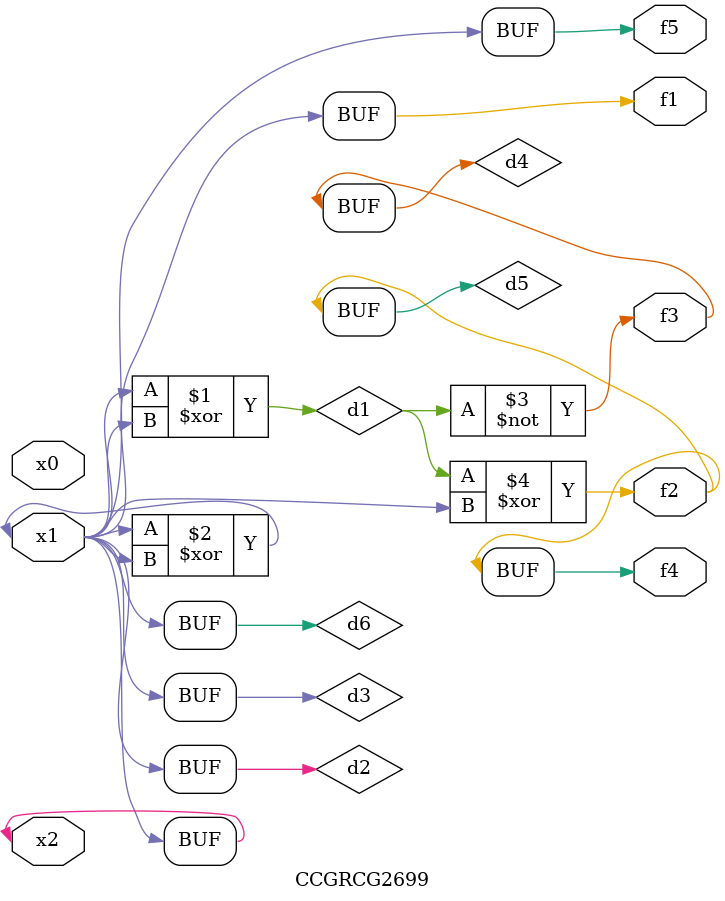
<source format=v>
module CCGRCG2699(
	input x0, x1, x2,
	output f1, f2, f3, f4, f5
);

	wire d1, d2, d3, d4, d5, d6;

	xor (d1, x1, x2);
	buf (d2, x1, x2);
	xor (d3, x1, x2);
	nor (d4, d1);
	xor (d5, d1, d2);
	buf (d6, d2, d3);
	assign f1 = d6;
	assign f2 = d5;
	assign f3 = d4;
	assign f4 = d5;
	assign f5 = d6;
endmodule

</source>
